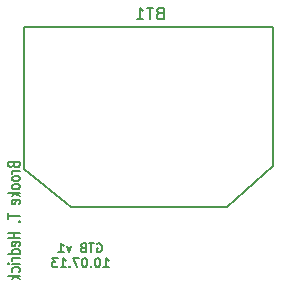
<source format=gbo>
G04 (created by PCBNEW (2013-08-23 BZR 4296)-product) date 10/8/2013 12:25:44 PM*
%MOIN*%
G04 Gerber Fmt 3.4, Leading zero omitted, Abs format*
%FSLAX34Y34*%
G01*
G70*
G90*
G04 APERTURE LIST*
%ADD10C,0.005906*%
%ADD11C,0.007500*%
G04 APERTURE END LIST*
G54D10*
G54D11*
X43832Y-47170D02*
X43860Y-47155D01*
X43903Y-47155D01*
X43946Y-47170D01*
X43974Y-47198D01*
X43989Y-47227D01*
X44003Y-47284D01*
X44003Y-47327D01*
X43989Y-47384D01*
X43974Y-47412D01*
X43946Y-47441D01*
X43903Y-47455D01*
X43874Y-47455D01*
X43832Y-47441D01*
X43817Y-47427D01*
X43817Y-47327D01*
X43874Y-47327D01*
X43732Y-47155D02*
X43560Y-47155D01*
X43646Y-47455D02*
X43646Y-47155D01*
X43360Y-47298D02*
X43317Y-47312D01*
X43303Y-47327D01*
X43289Y-47355D01*
X43289Y-47398D01*
X43303Y-47427D01*
X43317Y-47441D01*
X43346Y-47455D01*
X43460Y-47455D01*
X43460Y-47155D01*
X43360Y-47155D01*
X43332Y-47170D01*
X43317Y-47184D01*
X43303Y-47212D01*
X43303Y-47241D01*
X43317Y-47270D01*
X43332Y-47284D01*
X43360Y-47298D01*
X43460Y-47298D01*
X42960Y-47255D02*
X42889Y-47455D01*
X42817Y-47255D01*
X42546Y-47455D02*
X42717Y-47455D01*
X42632Y-47455D02*
X42632Y-47155D01*
X42660Y-47198D01*
X42689Y-47227D01*
X42717Y-47241D01*
X44046Y-47950D02*
X44217Y-47950D01*
X44132Y-47950D02*
X44132Y-47650D01*
X44160Y-47693D01*
X44189Y-47722D01*
X44217Y-47736D01*
X43860Y-47650D02*
X43832Y-47650D01*
X43803Y-47665D01*
X43789Y-47679D01*
X43774Y-47707D01*
X43760Y-47765D01*
X43760Y-47836D01*
X43774Y-47893D01*
X43789Y-47922D01*
X43803Y-47936D01*
X43832Y-47950D01*
X43860Y-47950D01*
X43889Y-47936D01*
X43903Y-47922D01*
X43917Y-47893D01*
X43932Y-47836D01*
X43932Y-47765D01*
X43917Y-47707D01*
X43903Y-47679D01*
X43889Y-47665D01*
X43860Y-47650D01*
X43632Y-47922D02*
X43617Y-47936D01*
X43632Y-47950D01*
X43646Y-47936D01*
X43632Y-47922D01*
X43632Y-47950D01*
X43432Y-47650D02*
X43403Y-47650D01*
X43375Y-47665D01*
X43360Y-47679D01*
X43346Y-47707D01*
X43332Y-47765D01*
X43332Y-47836D01*
X43346Y-47893D01*
X43360Y-47922D01*
X43375Y-47936D01*
X43403Y-47950D01*
X43432Y-47950D01*
X43460Y-47936D01*
X43475Y-47922D01*
X43489Y-47893D01*
X43503Y-47836D01*
X43503Y-47765D01*
X43489Y-47707D01*
X43475Y-47679D01*
X43460Y-47665D01*
X43432Y-47650D01*
X43232Y-47650D02*
X43032Y-47650D01*
X43160Y-47950D01*
X42917Y-47922D02*
X42903Y-47936D01*
X42917Y-47950D01*
X42932Y-47936D01*
X42917Y-47922D01*
X42917Y-47950D01*
X42617Y-47950D02*
X42789Y-47950D01*
X42703Y-47950D02*
X42703Y-47650D01*
X42732Y-47693D01*
X42760Y-47722D01*
X42789Y-47736D01*
X42517Y-47650D02*
X42332Y-47650D01*
X42432Y-47765D01*
X42389Y-47765D01*
X42360Y-47779D01*
X42346Y-47793D01*
X42332Y-47822D01*
X42332Y-47893D01*
X42346Y-47922D01*
X42360Y-47936D01*
X42389Y-47950D01*
X42475Y-47950D01*
X42503Y-47936D01*
X42517Y-47922D01*
X41051Y-44547D02*
X41070Y-44590D01*
X41089Y-44604D01*
X41127Y-44618D01*
X41184Y-44618D01*
X41222Y-44604D01*
X41241Y-44590D01*
X41260Y-44561D01*
X41260Y-44447D01*
X40860Y-44447D01*
X40860Y-44547D01*
X40880Y-44575D01*
X40899Y-44590D01*
X40937Y-44604D01*
X40975Y-44604D01*
X41013Y-44590D01*
X41032Y-44575D01*
X41051Y-44547D01*
X41051Y-44447D01*
X41260Y-44747D02*
X40994Y-44747D01*
X41070Y-44747D02*
X41032Y-44761D01*
X41013Y-44775D01*
X40994Y-44804D01*
X40994Y-44832D01*
X41260Y-44975D02*
X41241Y-44947D01*
X41222Y-44932D01*
X41184Y-44918D01*
X41070Y-44918D01*
X41032Y-44932D01*
X41013Y-44947D01*
X40994Y-44975D01*
X40994Y-45018D01*
X41013Y-45047D01*
X41032Y-45061D01*
X41070Y-45075D01*
X41184Y-45075D01*
X41222Y-45061D01*
X41241Y-45047D01*
X41260Y-45018D01*
X41260Y-44975D01*
X41260Y-45247D02*
X41241Y-45218D01*
X41222Y-45204D01*
X41184Y-45190D01*
X41070Y-45190D01*
X41032Y-45204D01*
X41013Y-45218D01*
X40994Y-45247D01*
X40994Y-45290D01*
X41013Y-45318D01*
X41032Y-45332D01*
X41070Y-45347D01*
X41184Y-45347D01*
X41222Y-45332D01*
X41241Y-45318D01*
X41260Y-45290D01*
X41260Y-45247D01*
X41260Y-45475D02*
X40860Y-45475D01*
X41108Y-45504D02*
X41260Y-45590D01*
X40994Y-45590D02*
X41146Y-45475D01*
X41241Y-45832D02*
X41260Y-45804D01*
X41260Y-45747D01*
X41241Y-45718D01*
X41203Y-45704D01*
X41051Y-45704D01*
X41013Y-45718D01*
X40994Y-45747D01*
X40994Y-45804D01*
X41013Y-45832D01*
X41051Y-45847D01*
X41089Y-45847D01*
X41127Y-45704D01*
X40860Y-46161D02*
X40860Y-46332D01*
X41260Y-46247D02*
X40860Y-46247D01*
X41222Y-46432D02*
X41241Y-46447D01*
X41260Y-46432D01*
X41241Y-46418D01*
X41222Y-46432D01*
X41260Y-46432D01*
X41260Y-46804D02*
X40860Y-46804D01*
X41051Y-46804D02*
X41051Y-46975D01*
X41260Y-46975D02*
X40860Y-46975D01*
X41241Y-47232D02*
X41260Y-47204D01*
X41260Y-47147D01*
X41241Y-47118D01*
X41203Y-47104D01*
X41051Y-47104D01*
X41013Y-47118D01*
X40994Y-47147D01*
X40994Y-47204D01*
X41013Y-47232D01*
X41051Y-47247D01*
X41089Y-47247D01*
X41127Y-47104D01*
X41260Y-47504D02*
X40860Y-47504D01*
X41241Y-47504D02*
X41260Y-47475D01*
X41260Y-47418D01*
X41241Y-47390D01*
X41222Y-47375D01*
X41184Y-47361D01*
X41070Y-47361D01*
X41032Y-47375D01*
X41013Y-47390D01*
X40994Y-47418D01*
X40994Y-47475D01*
X41013Y-47504D01*
X41260Y-47647D02*
X40994Y-47647D01*
X41070Y-47647D02*
X41032Y-47661D01*
X41013Y-47675D01*
X40994Y-47704D01*
X40994Y-47732D01*
X41260Y-47832D02*
X40994Y-47832D01*
X40860Y-47832D02*
X40880Y-47818D01*
X40899Y-47832D01*
X40880Y-47847D01*
X40860Y-47832D01*
X40899Y-47832D01*
X41241Y-48104D02*
X41260Y-48075D01*
X41260Y-48018D01*
X41241Y-47990D01*
X41222Y-47975D01*
X41184Y-47961D01*
X41070Y-47961D01*
X41032Y-47975D01*
X41013Y-47990D01*
X40994Y-48018D01*
X40994Y-48075D01*
X41013Y-48104D01*
X41260Y-48232D02*
X40860Y-48232D01*
X41108Y-48261D02*
X41260Y-48347D01*
X40994Y-48347D02*
X41146Y-48232D01*
G54D10*
X49715Y-44565D02*
X49715Y-39945D01*
X42955Y-45945D02*
X48175Y-45945D01*
X41415Y-44675D02*
X41415Y-39945D01*
X42965Y-45955D02*
X41415Y-44665D01*
X48155Y-45945D02*
X49705Y-44565D01*
X49715Y-39945D02*
X41415Y-39945D01*
X45919Y-39486D02*
X45863Y-39505D01*
X45844Y-39524D01*
X45825Y-39561D01*
X45825Y-39618D01*
X45844Y-39655D01*
X45863Y-39674D01*
X45900Y-39693D01*
X46050Y-39693D01*
X46050Y-39299D01*
X45919Y-39299D01*
X45881Y-39318D01*
X45863Y-39336D01*
X45844Y-39374D01*
X45844Y-39411D01*
X45863Y-39449D01*
X45881Y-39468D01*
X45919Y-39486D01*
X46050Y-39486D01*
X45713Y-39299D02*
X45488Y-39299D01*
X45600Y-39693D02*
X45600Y-39299D01*
X45150Y-39693D02*
X45375Y-39693D01*
X45263Y-39693D02*
X45263Y-39299D01*
X45300Y-39355D01*
X45338Y-39393D01*
X45375Y-39411D01*
M02*

</source>
